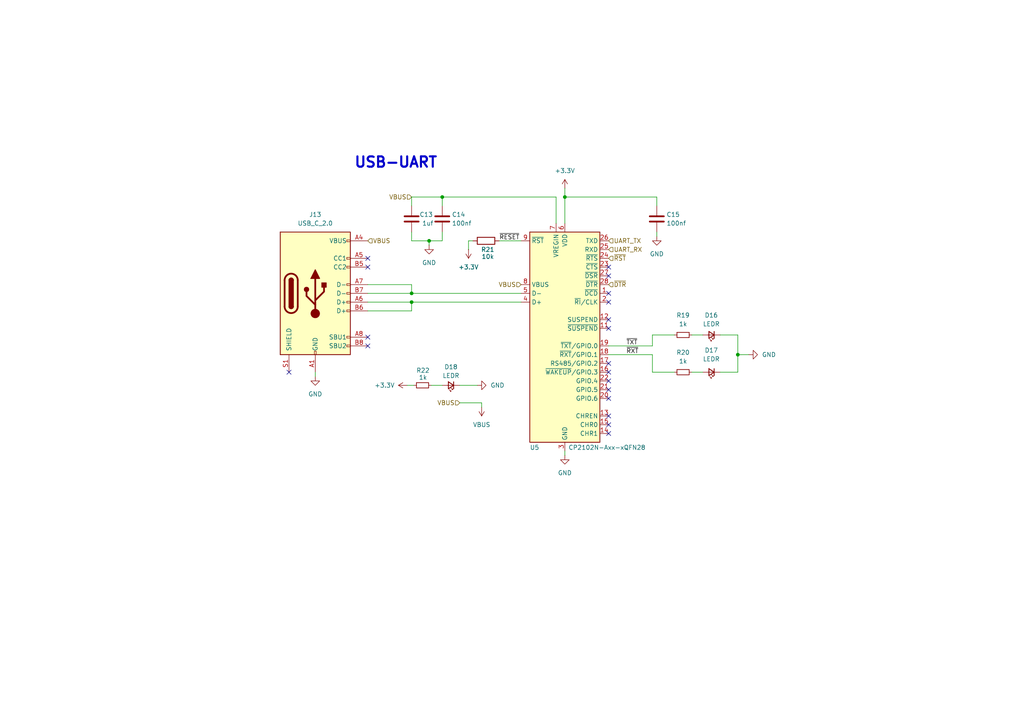
<source format=kicad_sch>
(kicad_sch (version 20231120) (generator "eeschema") (generator_version "8.0")
  (paper "A4")
  (lib_symbols
    (symbol "+3.3V_1" (power) (pin_numbers hide) (pin_names (offset 0) hide)
      (property "Value" "+3.3V" (at 0 3.556 0))
      (symbol "+3.3V_1_0_1"
        (polyline (pts (xy -0.762 1.27) (xy 0 2.54)))
        (polyline (pts (xy 0 0) (xy 0 2.54)))
        (polyline (pts (xy 0 2.54) (xy 0.762 1.27)))
      )
      (symbol "+3.3V_1_1_1"
        (pin power_in line (at 0 0 90) (length 0) (name "~") (number "1"))
      )
    )
    (symbol "Connector:USB_C_Receptacle_USB2.0" (pin_names (offset 1.016))
      (property "Reference" "J" (at -10.16 19.05 0))
      (property "Value" "USB_C_Receptacle_USB2.0" (at 19.05 19.05 0))
      (symbol "USB_C_Receptacle_USB2.0_0_0"
        (rectangle (start -0.254 -17.78) (end 0.254 -16.764))
        (rectangle (start 10.16 -14.986) (end 9.144 -15.494))
        (rectangle (start 10.16 -12.446) (end 9.144 -12.954))
        (rectangle (start 10.16 -4.826) (end 9.144 -5.334))
        (rectangle (start 10.16 -2.286) (end 9.144 -2.794))
        (rectangle (start 10.16 0.254) (end 9.144 -0.254))
        (rectangle (start 10.16 2.794) (end 9.144 2.286))
        (rectangle (start 10.16 7.874) (end 9.144 7.366))
        (rectangle (start 10.16 10.414) (end 9.144 9.906))
        (rectangle (start 10.16 15.494) (end 9.144 14.986))
      )
      (symbol "USB_C_Receptacle_USB2.0_0_1"
        (rectangle (start -10.16 17.78) (end 10.16 -17.78) (stroke (width 0.254)) (fill (type background)))
        (arc (start -8.89 -3.81) (mid -6.985 -5.7067) (end -5.08 -3.81) (stroke (width 0.508)))
        (arc (start -7.62 -3.81) (mid -6.985 -4.4423) (end -6.35 -3.81) (stroke (width 0.254)))
        (arc (start -7.62 -3.81) (mid -6.985 -4.4423) (end -6.35 -3.81) (stroke (width 0.254)) (fill (type outline)))
        (rectangle (start -7.62 -3.81) (end -6.35 3.81) (stroke (width 0.254)) (fill (type outline)))
        (arc (start -6.35 3.81) (mid -6.985 4.4423) (end -7.62 3.81) (stroke (width 0.254)))
        (arc (start -6.35 3.81) (mid -6.985 4.4423) (end -7.62 3.81) (stroke (width 0.254)) (fill (type outline)))
        (arc (start -5.08 3.81) (mid -6.985 5.7067) (end -8.89 3.81) (stroke (width 0.508)))
        (circle (center -2.54 1.143) (radius 0.635) (stroke (width 0.254)) (fill (type outline)))
        (circle (center 0 -5.842) (radius 1.27) (fill (type outline)))
        (polyline (pts (xy -8.89 -3.81) (xy -8.89 3.81)) (stroke (width 0.508)))
        (polyline (pts (xy -5.08 3.81) (xy -5.08 -3.81)) (stroke (width 0.508)))
        (polyline (pts (xy 0 -5.842) (xy 0 4.318)) (stroke (width 0.508)))
        (polyline (pts (xy 0 -3.302) (xy -2.54 -0.762) (xy -2.54 0.508)) (stroke (width 0.508)))
        (polyline (pts (xy 0 -2.032) (xy 2.54 0.508) (xy 2.54 1.778)) (stroke (width 0.508)))
        (polyline (pts (xy -1.27 4.318) (xy 0 6.858) (xy 1.27 4.318) (xy -1.27 4.318)) (stroke (width 0.254)) (fill (type outline)))
        (rectangle (start 1.905 1.778) (end 3.175 3.048) (stroke (width 0.254)) (fill (type outline)))
      )
      (symbol "USB_C_Receptacle_USB2.0_1_1"
        (pin passive line (at 0 -22.86 90) (length 5.08) (name "GND") (number "A1"))
        (pin passive line (at 0 -22.86 90) (length 5.08) hide (name "GND") (number "A12"))
        (pin passive line (at 15.24 15.24 180) (length 5.08) (name "VBUS") (number "A4"))
        (pin bidirectional line (at 15.24 10.16 180) (length 5.08) (name "CC1") (number "A5"))
        (pin bidirectional line (at 15.24 -2.54 180) (length 5.08) (name "D+") (number "A6"))
        (pin bidirectional line (at 15.24 2.54 180) (length 5.08) (name "D-") (number "A7"))
        (pin bidirectional line (at 15.24 -12.7 180) (length 5.08) (name "SBU1") (number "A8"))
        (pin passive line (at 15.24 15.24 180) (length 5.08) hide (name "VBUS") (number "A9"))
        (pin passive line (at 0 -22.86 90) (length 5.08) hide (name "GND") (number "B1"))
        (pin passive line (at 0 -22.86 90) (length 5.08) hide (name "GND") (number "B12"))
        (pin passive line (at 15.24 15.24 180) (length 5.08) hide (name "VBUS") (number "B4"))
        (pin bidirectional line (at 15.24 7.62 180) (length 5.08) (name "CC2") (number "B5"))
        (pin bidirectional line (at 15.24 -5.08 180) (length 5.08) (name "D+") (number "B6"))
        (pin bidirectional line (at 15.24 0 180) (length 5.08) (name "D-") (number "B7"))
        (pin bidirectional line (at 15.24 -15.24 180) (length 5.08) (name "SBU2") (number "B8"))
        (pin passive line (at 15.24 15.24 180) (length 5.08) hide (name "VBUS") (number "B9"))
        (pin passive line (at -7.62 -22.86 90) (length 5.08) (name "SHIELD") (number "S1"))
      )
    )
    (symbol "Device:C" (pin_numbers hide) (pin_names (offset 0.254))
      (property "Reference" "C" (at 0.635 2.54 0))
      (property "Value" "C" (at 0.635 -2.54 0))
      (symbol "C_0_1"
        (polyline (pts (xy -2.032 -0.762) (xy 2.032 -0.762)) (stroke (width 0.508)))
        (polyline (pts (xy -2.032 0.762) (xy 2.032 0.762)) (stroke (width 0.508)))
      )
      (symbol "C_1_1"
        (pin passive line (at 0 3.81 270) (length 2.794) (name "~") (number "1"))
        (pin passive line (at 0 -3.81 90) (length 2.794) (name "~") (number "2"))
      )
    )
    (symbol "Device:LED_Small" (pin_numbers hide) (pin_names (offset 0.254) hide)
      (property "Reference" "D" (at -1.27 3.175 0))
      (property "Value" "LED_Small" (at -4.445 -2.54 0))
      (symbol "LED_Small_0_1"
        (polyline (pts (xy -0.762 -1.016) (xy -0.762 1.016)) (stroke (width 0.254)))
        (polyline (pts (xy 1.016 0) (xy -0.762 0)))
        (polyline (pts (xy 0.762 -1.016) (xy -0.762 0) (xy 0.762 1.016) (xy 0.762 -1.016)) (stroke (width 0.254)))
        (polyline (pts (xy 0 0.762) (xy -0.508 1.27) (xy -0.254 1.27) (xy -0.508 1.27) (xy -0.508 1.016)))
        (polyline (pts (xy 0.508 1.27) (xy 0 1.778) (xy 0.254 1.778) (xy 0 1.778) (xy 0 1.524)))
      )
      (symbol "LED_Small_1_1"
        (pin passive line (at -2.54 0 0) (length 1.778) (name "K") (number "1"))
        (pin passive line (at 2.54 0 180) (length 1.778) (name "A") (number "2"))
      )
    )
    (symbol "Device:R" (pin_numbers hide) (pin_names (offset 0))
      (property "Reference" "R" (at 2.032 0 90))
      (property "Value" "R" (at 0 0 90))
      (symbol "R_0_1"
        (rectangle (start -1.016 -2.54) (end 1.016 2.54) (stroke (width 0.254)))
      )
      (symbol "R_1_1"
        (pin passive line (at 0 3.81 270) (length 1.27) (name "~") (number "1"))
        (pin passive line (at 0 -3.81 90) (length 1.27) (name "~") (number "2"))
      )
    )
    (symbol "Device:R_Small" (pin_numbers hide) (pin_names (offset 0.254) hide)
      (property "Reference" "R" (at 0.762 0.508 0))
      (property "Value" "R_Small" (at 0.762 -1.016 0))
      (symbol "R_Small_0_1"
        (rectangle (start -0.762 1.778) (end 0.762 -1.778) (stroke (width 0.2032)))
      )
      (symbol "R_Small_1_1"
        (pin passive line (at 0 2.54 270) (length 0.762) (name "~") (number "1"))
        (pin passive line (at 0 -2.54 90) (length 0.762) (name "~") (number "2"))
      )
    )
    (symbol "GND_1" (power) (pin_numbers hide) (pin_names (offset 0) hide)
      (property "Value" "GND" (at 0 -3.81 0))
      (symbol "GND_1_0_1"
        (polyline (pts (xy 0 0) (xy 0 -1.27) (xy 1.27 -1.27) (xy 0 -2.54) (xy -1.27 -1.27) (xy 0 -1.27)))
      )
      (symbol "GND_1_1_1"
        (pin power_in line (at 0 0 270) (length 0) (name "~") (number "1"))
      )
    )
    (symbol "Interface_USB:CP2102N-Axx-xQFN28"
      (property "Reference" "U" (at -8.89 31.75 0))
      (property "Value" "CP2102N-Axx-xQFN28" (at 12.7 31.75 0))
      (symbol "CP2102N-Axx-xQFN28_0_1"
        (rectangle (start -10.16 30.48) (end 10.16 -30.48) (stroke (width 0.254)) (fill (type background)))
      )
      (symbol "CP2102N-Axx-xQFN28_1_1"
        (pin input line (at 12.7 12.7 180) (length 2.54) (name "~{DCD}") (number "1"))
        (pin no_connect line (at -10.16 -27.94 0) (length 2.54) hide (name "NC") (number "10"))
        (pin output line (at 12.7 2.54 180) (length 2.54) (name "~{SUSPEND}") (number "11"))
        (pin output line (at 12.7 5.08 180) (length 2.54) (name "SUSPEND") (number "12"))
        (pin output line (at 12.7 -22.86 180) (length 2.54) (name "CHREN") (number "13"))
        (pin output line (at 12.7 -27.94 180) (length 2.54) (name "CHR1") (number "14"))
        (pin output line (at 12.7 -25.4 180) (length 2.54) (name "CHR0") (number "15"))
        (pin bidirectional line (at 12.7 -10.16 180) (length 2.54) (name "~{WAKEUP}/GPIO.3") (number "16"))
        (pin bidirectional line (at 12.7 -7.62 180) (length 2.54) (name "RS485/GPIO.2") (number "17"))
        (pin bidirectional line (at 12.7 -5.08 180) (length 2.54) (name "~{RXT}/GPIO.1") (number "18"))
        (pin bidirectional line (at 12.7 -2.54 180) (length 2.54) (name "~{TXT}/GPIO.0") (number "19"))
        (pin bidirectional line (at 12.7 10.16 180) (length 2.54) (name "~{RI}/CLK") (number "2"))
        (pin bidirectional line (at 12.7 -17.78 180) (length 2.54) (name "GPIO.6") (number "20"))
        (pin bidirectional line (at 12.7 -15.24 180) (length 2.54) (name "GPIO.5") (number "21"))
        (pin bidirectional line (at 12.7 -12.7 180) (length 2.54) (name "GPIO.4") (number "22"))
        (pin input line (at 12.7 20.32 180) (length 2.54) (name "~{CTS}") (number "23"))
        (pin output line (at 12.7 22.86 180) (length 2.54) (name "~{RTS}") (number "24"))
        (pin input line (at 12.7 25.4 180) (length 2.54) (name "RXD") (number "25"))
        (pin output line (at 12.7 27.94 180) (length 2.54) (name "TXD") (number "26"))
        (pin input line (at 12.7 17.78 180) (length 2.54) (name "~{DSR}") (number "27"))
        (pin output line (at 12.7 15.24 180) (length 2.54) (name "~{DTR}") (number "28"))
        (pin passive line (at 0 -33.02 90) (length 2.54) hide (name "GND") (number "29"))
        (pin power_in line (at 0 -33.02 90) (length 2.54) (name "GND") (number "3"))
        (pin bidirectional line (at -12.7 10.16 0) (length 2.54) (name "D+") (number "4"))
        (pin bidirectional line (at -12.7 12.7 0) (length 2.54) (name "D-") (number "5"))
        (pin power_in line (at 0 33.02 270) (length 2.54) (name "VDD") (number "6"))
        (pin power_in line (at -2.54 33.02 270) (length 2.54) (name "VREGIN") (number "7"))
        (pin input line (at -12.7 15.24 0) (length 2.54) (name "VBUS") (number "8"))
        (pin input line (at -12.7 27.94 0) (length 2.54) (name "~{RST}") (number "9"))
      )
    )
    (symbol "power:+3.3V" (power) (pin_names (offset 0))
      (property "Value" "+3.3V" (at 0 3.556 0))
      (symbol "+3.3V_0_1"
        (polyline (pts (xy -0.762 1.27) (xy 0 2.54)))
        (polyline (pts (xy 0 0) (xy 0 2.54)))
        (polyline (pts (xy 0 2.54) (xy 0.762 1.27)))
      )
      (symbol "+3.3V_1_1"
        (pin power_in line (at 0 0 90) (length 0) hide (name "+3.3V") (number "1"))
      )
    )
    (symbol "power:VBUS" (power) (pin_numbers hide) (pin_names (offset 0) hide)
      (property "Value" "VBUS" (at 0 3.556 0))
      (symbol "VBUS_0_1"
        (polyline (pts (xy -0.762 1.27) (xy 0 2.54)))
        (polyline (pts (xy 0 0) (xy 0 2.54)))
        (polyline (pts (xy 0 2.54) (xy 0.762 1.27)))
      )
      (symbol "VBUS_1_1"
        (pin power_in line (at 0 0 90) (length 0) (name "~") (number "1"))
      )
    )
  )
  (junction (at 213.995 102.87))
  (junction (at 119.38 85.09))
  (junction (at 163.83 57.15))
  (junction (at 128.27 57.15))
  (junction (at 119.38 87.63))
  (junction (at 124.46 69.85))
  (no_connect (at 176.53 77.47))
  (no_connect (at 83.82 107.95))
  (no_connect (at 176.53 107.95))
  (no_connect (at 176.53 80.01))
  (no_connect (at 176.53 110.49))
  (no_connect (at 176.53 123.19))
  (no_connect (at 176.53 105.41))
  (no_connect (at 176.53 115.57))
  (no_connect (at 106.68 74.93))
  (no_connect (at 176.53 113.03))
  (no_connect (at 176.53 85.09))
  (no_connect (at 106.68 77.47))
  (no_connect (at 176.53 125.73))
  (no_connect (at 176.53 95.25))
  (no_connect (at 176.53 120.65))
  (no_connect (at 176.53 92.71))
  (no_connect (at 106.68 97.79))
  (no_connect (at 176.53 87.63))
  (no_connect (at 106.68 100.33))
  (wire (pts (xy 106.68 87.63) (xy 119.38 87.63)))
  (wire (pts (xy 119.38 57.15) (xy 128.27 57.15)))
  (wire (pts (xy 208.915 97.155) (xy 213.995 97.155)))
  (wire (pts (xy 118.11 111.76) (xy 120.015 111.76)))
  (wire (pts (xy 163.83 64.77) (xy 163.83 57.15)))
  (wire (pts (xy 200.66 107.95) (xy 203.835 107.95)))
  (wire (pts (xy 144.78 69.85) (xy 151.13 69.85)))
  (wire (pts (xy 213.995 102.87) (xy 213.995 107.95)))
  (wire (pts (xy 128.27 57.15) (xy 128.27 59.69)))
  (wire (pts (xy 163.83 130.81) (xy 163.83 132.08)))
  (wire (pts (xy 217.17 102.87) (xy 213.995 102.87)))
  (wire (pts (xy 119.38 67.31) (xy 119.38 69.85)))
  (wire (pts (xy 190.5 57.15) (xy 190.5 59.69)))
  (wire (pts (xy 213.995 97.155) (xy 213.995 102.87)))
  (wire (pts (xy 125.095 111.76) (xy 128.27 111.76)))
  (wire (pts (xy 189.23 97.155) (xy 195.58 97.155)))
  (wire (pts (xy 133.35 111.76) (xy 138.43 111.76)))
  (wire (pts (xy 189.23 100.33) (xy 189.23 97.155)))
  (wire (pts (xy 106.68 90.17) (xy 119.38 90.17)))
  (wire (pts (xy 106.68 82.55) (xy 119.38 82.55)))
  (wire (pts (xy 161.29 57.15) (xy 161.29 64.77)))
  (wire (pts (xy 124.46 69.85) (xy 128.27 69.85)))
  (wire (pts (xy 133.35 116.84) (xy 139.7 116.84)))
  (wire (pts (xy 139.7 116.84) (xy 139.7 118.11)))
  (wire (pts (xy 176.53 100.33) (xy 189.23 100.33)))
  (wire (pts (xy 119.38 90.17) (xy 119.38 87.63)))
  (wire (pts (xy 119.38 85.09) (xy 151.13 85.09)))
  (wire (pts (xy 135.89 72.39) (xy 135.89 69.85)))
  (wire (pts (xy 119.38 82.55) (xy 119.38 85.09)))
  (wire (pts (xy 128.27 69.85) (xy 128.27 67.31)))
  (wire (pts (xy 91.44 107.95) (xy 91.44 109.22)))
  (wire (pts (xy 190.5 67.31) (xy 190.5 68.58)))
  (wire (pts (xy 119.38 69.85) (xy 124.46 69.85)))
  (wire (pts (xy 208.915 107.95) (xy 213.995 107.95)))
  (wire (pts (xy 135.89 69.85) (xy 137.16 69.85)))
  (wire (pts (xy 189.23 102.87) (xy 176.53 102.87)))
  (wire (pts (xy 189.23 107.95) (xy 189.23 102.87)))
  (wire (pts (xy 195.58 107.95) (xy 189.23 107.95)))
  (wire (pts (xy 124.46 69.85) (xy 124.46 71.12)))
  (wire (pts (xy 106.68 85.09) (xy 119.38 85.09)))
  (wire (pts (xy 119.38 87.63) (xy 151.13 87.63)))
  (wire (pts (xy 163.83 54.61) (xy 163.83 57.15)))
  (wire (pts (xy 200.66 97.155) (xy 203.835 97.155)))
  (wire (pts (xy 128.27 57.15) (xy 161.29 57.15)))
  (wire (pts (xy 163.83 57.15) (xy 190.5 57.15)))
  (wire (pts (xy 119.38 59.69) (xy 119.38 57.15)))
  (text "USB-UART\n" (at 114.808 47.244 0) (effects (font (size 3 3) (thickness 0.6) (bold yes))))
  (label "~{RXT}" (at 181.61 102.87 0))
  (label "~{RESET}" (at 144.78 69.85 0))
  (label "~{TXT}" (at 181.61 100.33 0))
  (hierarchical_label "VBUS" (shape input) (at 133.35 116.84 180))
  (hierarchical_label "UART_RX" (shape input) (at 176.53 72.39 0))
  (hierarchical_label "~{RST}" (shape input) (at 176.53 74.93 0))
  (hierarchical_label "VBUS" (shape input) (at 106.68 69.85 0))
  (hierarchical_label "UART_TX" (shape input) (at 176.53 69.85 0))
  (hierarchical_label "VBUS" (shape input) (at 151.13 82.55 180))
  (hierarchical_label "VBUS" (shape input) (at 119.38 57.15 180))
  (hierarchical_label "~{DTR}" (shape input) (at 176.53 82.55 0))
  (symbol (lib_id "Device:R") (at 140.97 69.85 90) (unit 1)
    (property "Reference" "R21" (at 141.478 72.39 90))
    (property "Value" "10k" (at 141.478 74.422 90))
    (property "Description" "Resistor" (effects (hide yes)))
  )
  (symbol (lib_id "Device:R_Small") (at 198.12 107.95 270) (unit 1)
    (property "Reference" "R20" (at 198.12 102.235 90))
    (property "Value" "1k" (at 198.12 104.775 90))
    (property "Footprint" "Resistor_SMD:R_0603_1608Metric" (effects (hide yes)))
  )
  (symbol (lib_id "Device:LED_Small") (at 130.81 111.76 180) (unit 1)
    (property "Reference" "D18" (at 130.81 106.426 0))
    (property "Value" "LEDR" (at 130.81 108.966 0))
    (property "Footprint" "LED_SMD:LED_0603_1608Metric" (effects (hide yes)))
  )
  (symbol (lib_name "GND_1") (lib_id "power:GND") (at 217.17 102.87 90) (unit 1)
    (property "Reference" "#PWR049" (effects (hide yes)))
    (property "Value" "GND" (at 220.98 102.8699 90) (effects (justify right)))
    (property "Description" "Power symbol creates a global label with name \"GND\" , ground" (effects (hide yes)))
  )
  (symbol (lib_name "+3.3V_1") (lib_id "power:+3.3V") (at 163.83 54.61 0) (unit 1)
    (property "Reference" "#PWR054" (effects (hide yes)))
    (property "Value" "+3.3V" (at 163.83 49.53 0))
    (property "Description" "Power symbol creates a global label with name \"+3.3V\"" (effects (hide yes)))
  )
  (symbol (lib_id "Device:R_Small") (at 122.555 111.76 270) (unit 1)
    (property "Reference" "R22" (at 122.682 107.442 90))
    (property "Value" "1k" (at 122.682 109.474 90))
    (property "Footprint" "Resistor_SMD:R_0603_1608Metric" (effects (hide yes)))
  )
  (symbol (lib_id "power:VBUS") (at 139.7 118.11 180) (unit 1)
    (property "Reference" "#PWR055" (effects (hide yes)))
    (property "Value" "VBUS" (at 139.7 123.19 0))
    (property "Description" "Power symbol creates a global label with name \"VBUS\"" (effects (hide yes)))
  )
  (symbol (lib_name "GND_1") (lib_id "power:GND") (at 163.83 132.08 0) (unit 1)
    (property "Reference" "#PWR050" (effects (hide yes)))
    (property "Value" "GND" (at 163.83 137.16 0))
    (property "Description" "Power symbol creates a global label with name \"GND\" , ground" (effects (hide yes)))
  )
  (symbol (lib_id "power:+3.3V") (at 118.11 111.76 90) (unit 1)
    (property "Reference" "#PWR056" (effects (hide yes)))
    (property "Value" "+3.3V" (at 108.585 111.76 90) (effects (justify right)))
  )
  (symbol (lib_name "GND_1") (lib_id "power:GND") (at 138.43 111.76 90) (unit 1)
    (property "Reference" "#PWR057" (effects (hide yes)))
    (property "Value" "GND" (at 142.24 111.7599 90) (effects (justify right)))
    (property "Description" "Power symbol creates a global label with name \"GND\" , ground" (effects (hide yes)))
  )
  (symbol (lib_id "Device:C") (at 128.27 63.5 0) (unit 1)
    (property "Reference" "C14" (at 131.064 62.23 0) (effects (justify left)))
    (property "Value" "100nf" (at 131.064 64.77 0) (effects (justify left)))
    (property "Description" "Unpolarized capacitor" (effects (hide yes)))
  )
  (symbol (lib_name "+3.3V_1") (lib_id "power:+3.3V") (at 135.89 72.39 180) (unit 1)
    (property "Reference" "#PWR051" (effects (hide yes)))
    (property "Value" "+3.3V" (at 135.89 77.47 0))
    (property "Description" "Power symbol creates a global label with name \"+3.3V\"" (effects (hide yes)))
  )
  (symbol (lib_id "Device:C") (at 190.5 63.5 0) (unit 1)
    (property "Reference" "C15" (at 193.294 62.23 0) (effects (justify left)))
    (property "Value" "100nf" (at 193.294 64.77 0) (effects (justify left)))
    (property "Description" "Unpolarized capacitor" (effects (hide yes)))
  )
  (symbol (lib_id "Interface_USB:CP2102N-Axx-xQFN28") (at 163.83 97.79 0) (unit 1)
    (property "Reference" "U5" (at 153.67 129.794 0) (effects (justify left)))
    (property "Value" "CP2102N-Axx-xQFN28" (at 164.846 129.794 0) (effects (justify left)))
    (property "Footprint" "Package_DFN_QFN:QFN-28-1EP_5x5mm_P0.5mm_EP3.35x3.35mm" (effects (hide yes)))
    (property "Datasheet" "https://www.silabs.com/documents/public/data-sheets/cp2102n-datasheet.pdf" (effects (hide yes)))
    (property "Description" "USB to UART master bridge, QFN-28" (effects (hide yes)))
  )
  (symbol (lib_id "Device:R_Small") (at 198.12 97.155 270) (unit 1)
    (property "Reference" "R19" (at 198.12 91.44 90))
    (property "Value" "1k" (at 198.12 93.98 90))
    (property "Footprint" "Resistor_SMD:R_0603_1608Metric" (effects (hide yes)))
  )
  (symbol (lib_name "GND_1") (lib_id "power:GND") (at 124.46 71.12 0) (unit 1)
    (property "Reference" "#PWR052" (effects (hide yes)))
    (property "Value" "GND" (at 124.46 76.2 0))
    (property "Description" "Power symbol creates a global label with name \"GND\" , ground" (effects (hide yes)))
  )
  (symbol (lib_id "Device:LED_Small") (at 206.375 107.95 180) (unit 1)
    (property "Reference" "D17" (at 206.3115 101.6 0))
    (property "Value" "LEDR" (at 206.3115 104.14 0))
    (property "Footprint" "LED_SMD:LED_0603_1608Metric" (effects (hide yes)))
  )
  (symbol (lib_id "Device:LED_Small") (at 206.375 97.155 180) (unit 1)
    (property "Reference" "D16" (at 206.3115 91.44 0))
    (property "Value" "LEDR" (at 206.3115 93.98 0))
    (property "Footprint" "LED_SMD:LED_0603_1608Metric" (effects (hide yes)))
  )
  (symbol (lib_id "Device:C") (at 119.38 63.5 0) (unit 1)
    (property "Reference" "C13" (at 121.666 62.23 0) (effects (justify left)))
    (property "Value" "1uf" (at 122.428 64.77 0) (effects (justify left)))
    (property "Description" "Unpolarized capacitor" (effects (hide yes)))
  )
  (symbol (lib_name "GND_1") (lib_id "power:GND") (at 91.44 109.22 0) (unit 1)
    (property "Reference" "#PWR02" (effects (hide yes)))
    (property "Value" "GND" (at 91.44 114.3 0))
    (property "Description" "Power symbol creates a global label with name \"GND\" , ground" (effects (hide yes)))
  )
  (symbol (lib_id "Connector:USB_C_Receptacle_USB2.0") (at 91.44 85.09 0) (unit 1)
    (property "Reference" "J13" (at 91.44 62.23 0))
    (property "Value" "USB_C_2.0" (at 91.44 64.77 0))
    (property "Footprint" "Connector_USB:USB_C_Receptacle_Palconn_UTC16-G" (effects (hide yes)))
    (property "Datasheet" "https://www.usb.org/sites/default/files/documents/usb_type-c.zip" (effects (hide yes)))
  )
  (symbol (lib_name "GND_1") (lib_id "power:GND") (at 190.5 68.58 0) (unit 1)
    (property "Reference" "#PWR053" (effects (hide yes)))
    (property "Value" "GND" (at 190.5 73.66 0))
    (property "Description" "Power symbol creates a global label with name \"GND\" , ground" (effects (hide yes)))
  )
)
</source>
